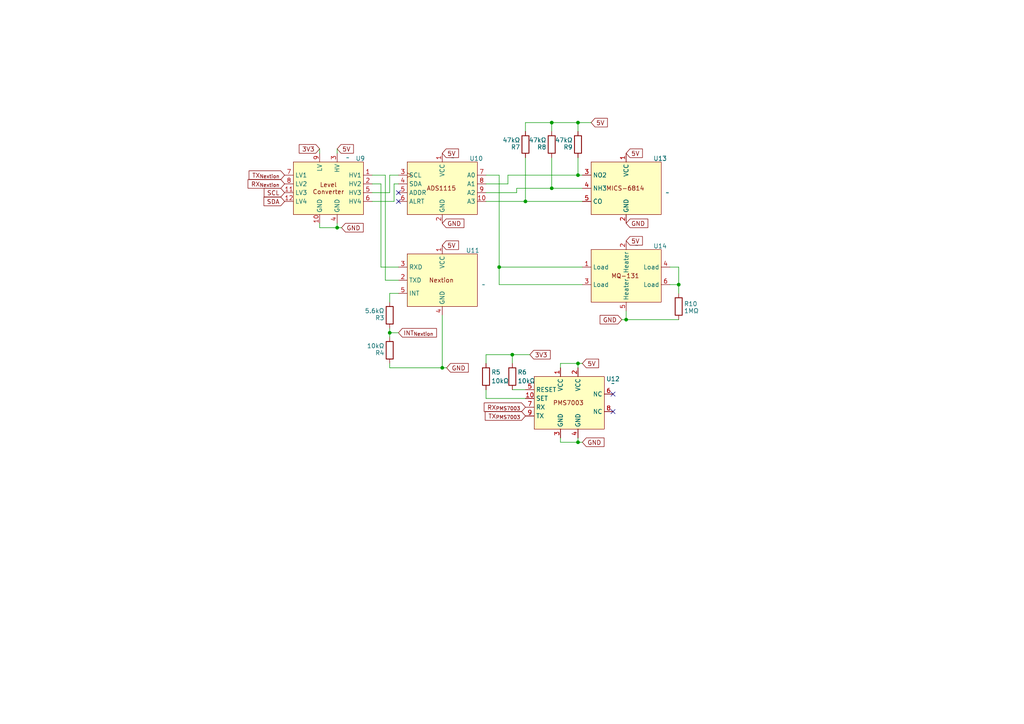
<source format=kicad_sch>
(kicad_sch (version 20231120) (generator "eeschema") (generator_version "8.0")
  (paper "A4")
  (lib_symbols
    (symbol "Device:R" (pin_numbers hide) (pin_names (offset 0))
      (property "Reference" "R" (at 2.032 0 90))
      (property "Value" "R" (at 0 0 90))
      (symbol "R_0_1"
        (rectangle (start -1.016 -2.54) (end 1.016 2.54) (stroke (width 0.254)))
      )
      (symbol "R_1_1"
        (pin passive line (at 0 3.81 270) (length 1.27) (name "~") (number "1"))
        (pin passive line (at 0 -3.81 90) (length 1.27) (name "~") (number "2"))
      )
    )
    (symbol "opaque-components:ADS1115"
      (property "Reference" "U" (at 0 1.27 0))
      (symbol "ADS1115_0_1"
        (rectangle (start -10.16 7.62) (end 10.16 -7.62) (fill (type background)))
      )
      (symbol "ADS1115_1_1"
        (text "ADS1115" (at -0.254 0 0) (effects (font (size 1.27 1.27))))
        (pin input line (at 0 10.16 270) (length 2.54) (name "VCC") (number "1"))
        (pin input line (at 12.7 -3.81 180) (length 2.54) (name "A3") (number "10"))
        (pin input line (at 0 -10.16 90) (length 2.54) (name "GND") (number "2"))
        (pin input clock (at -12.7 3.81 0) (length 2.54) (name "SCL") (number "3"))
        (pin bidirectional line (at -12.7 1.27 0) (length 2.54) (name "SDA") (number "4"))
        (pin input line (at -12.7 -1.27 0) (length 2.54) (name "ADDR") (number "5"))
        (pin input line (at -12.7 -3.81 0) (length 2.54) (name "ALRT") (number "6"))
        (pin input line (at 12.7 3.81 180) (length 2.54) (name "A0") (number "7"))
        (pin input line (at 12.7 1.27 180) (length 2.54) (name "A1") (number "8"))
        (pin input line (at 12.7 -1.27 180) (length 2.54) (name "A2") (number "9"))
      )
    )
    (symbol "opaque-components:Level-Convertor"
      (property "Reference" "U" (at 4.064 -9.144 0))
      (symbol "Level-Convertor_0_1"
        (rectangle (start -10.16 7.62) (end 10.16 -7.62) (fill (type background)))
      )
      (symbol "Level-Convertor_1_1"
        (text "Level\nConverter" (at 0 0 0) (effects (font (size 1.27 1.27))))
        (pin input line (at 12.7 3.81 180) (length 2.54) (name "HV1") (number "1"))
        (pin input line (at -2.54 -10.16 90) (length 2.54) (name "GND") (number "10"))
        (pin output line (at -12.7 -1.27 0) (length 2.54) (name "LV3") (number "11"))
        (pin output line (at -12.7 -3.81 0) (length 2.54) (name "LV4") (number "12"))
        (pin input line (at 12.7 1.27 180) (length 2.54) (name "HV2") (number "2"))
        (pin input line (at 2.54 10.16 270) (length 2.54) (name "HV") (number "3"))
        (pin input line (at 2.54 -10.16 90) (length 2.54) (name "GND") (number "4"))
        (pin input line (at 12.7 -1.27 180) (length 2.54) (name "HV3") (number "5"))
        (pin input line (at 12.7 -3.81 180) (length 2.54) (name "HV4") (number "6"))
        (pin output line (at -12.7 3.81 0) (length 2.54) (name "LV1") (number "7"))
        (pin output line (at -12.7 1.27 0) (length 2.54) (name "LV2") (number "8"))
        (pin input line (at -2.54 10.16 270) (length 2.54) (name "LV") (number "9"))
      )
    )
    (symbol "opaque-components:MICS-6814"
      (property "Reference" "U" (at 1.778 -9.144 0))
      (symbol "MICS-6814_0_1"
        (rectangle (start -10.16 7.62) (end 10.16 -7.62) (fill (type background)))
      )
      (symbol "MICS-6814_1_1"
        (text "MICS-6814" (at -0.254 0 0) (effects (font (size 1.27 1.27))))
        (pin input line (at 0 10.16 270) (length 2.54) (name "VCC") (number "1"))
        (pin input line (at 0 -10.16 90) (length 2.54) (name "GND") (number "2"))
        (pin output line (at -12.7 3.81 0) (length 2.54) (name "NO2") (number "3"))
        (pin output line (at -12.7 0 0) (length 2.54) (name "NH3") (number "4"))
        (pin output line (at -12.7 -3.81 0) (length 2.54) (name "CO") (number "5"))
      )
    )
    (symbol "opaque-components:MQ-131"
      (property "Reference" "U" (at 1.524 -9.144 0))
      (symbol "MQ-131_0_1"
        (rectangle (start -10.16 7.62) (end 10.16 -7.62) (fill (type background)))
      )
      (symbol "MQ-131_1_1"
        (text "MQ-131" (at -0.254 0 0) (effects (font (size 1.27 1.27))))
        (pin output line (at -12.7 2.54 0) (length 2.54) (name "Load") (number "1"))
        (pin input line (at 0 10.16 270) (length 2.54) (name "Heater") (number "2"))
        (pin output line (at -12.7 -2.54 0) (length 2.54) (name "Load") (number "3"))
        (pin output line (at 12.7 2.54 180) (length 2.54) (name "Load") (number "4"))
        (pin input line (at 0 -10.16 90) (length 2.54) (name "Heater") (number "5"))
        (pin output line (at 12.7 -2.54 180) (length 2.54) (name "Load") (number "6"))
      )
    )
    (symbol "opaque-components:NX4827P043"
      (property "Reference" "U" (at 1.27 -10.414 0))
      (symbol "NX4827P043_0_1"
        (rectangle (start -10.16 7.62) (end 10.16 -7.62) (fill (type background)))
      )
      (symbol "NX4827P043_1_1"
        (text "Nextion" (at -0.254 0 0) (effects (font (size 1.27 1.27))))
        (pin input line (at 0 10.16 270) (length 2.54) (name "VCC") (number "1"))
        (pin output line (at -12.7 0 0) (length 2.54) (name "TXD") (number "2"))
        (pin input line (at -12.7 3.81 0) (length 2.54) (name "RXD") (number "3"))
        (pin input line (at 0 -10.16 90) (length 2.54) (name "GND") (number "4"))
        (pin input line (at -12.7 -3.81 0) (length 2.54) (name "INT") (number "5"))
      )
    )
    (symbol "opaque-components:PMS7003"
      (property "Reference" "U" (at 4.572 -9.144 0))
      (symbol "PMS7003_0_1"
        (rectangle (start -10.16 7.62) (end 10.16 -7.62) (fill (type background)))
      )
      (symbol "PMS7003_1_1"
        (text "PMS7003" (at -0.254 0 0) (effects (font (size 1.27 1.27))))
        (pin input line (at -2.54 10.16 270) (length 2.54) (name "VCC") (number "1"))
        (pin input line (at -12.7 1.27 0) (length 2.54) (name "SET") (number "10"))
        (pin input line (at 2.54 10.16 270) (length 2.54) (name "VCC") (number "2"))
        (pin input line (at -2.54 -10.16 90) (length 2.54) (name "GND") (number "3"))
        (pin input line (at 2.54 -10.16 90) (length 2.54) (name "GND") (number "4"))
        (pin input line (at -12.7 3.81 0) (length 2.54) (name "RESET") (number "5"))
        (pin input line (at 12.7 2.54 180) (length 2.54) (name "NC") (number "6"))
        (pin input line (at -12.7 -1.27 0) (length 2.54) (name "RX") (number "7"))
        (pin input line (at 12.7 -2.54 180) (length 2.54) (name "NC") (number "8"))
        (pin output line (at -12.7 -3.81 0) (length 2.54) (name "TX") (number "9"))
      )
    )
  )
  (junction (at 181.61 92.71))
  (junction (at 152.4 58.42))
  (junction (at 160.02 35.56))
  (junction (at 160.02 54.61))
  (junction (at 167.64 35.56))
  (junction (at 196.85 82.55))
  (junction (at 148.59 102.87))
  (junction (at 144.78 77.47))
  (junction (at 113.03 96.52))
  (junction (at 167.64 50.8))
  (junction (at 167.64 105.41))
  (junction (at 128.27 106.68))
  (junction (at 97.79 66.04))
  (junction (at 167.64 128.27))
  (no_connect (at 115.57 58.42))
  (no_connect (at 115.57 55.88))
  (no_connect (at 177.8 119.38))
  (no_connect (at 177.8 114.3))
  (wire (pts (xy 92.71 66.04) (xy 97.79 66.04)))
  (wire (pts (xy 160.02 54.61) (xy 149.86 54.61)))
  (wire (pts (xy 140.97 102.87) (xy 148.59 102.87)))
  (wire (pts (xy 144.78 77.47) (xy 168.91 77.47)))
  (wire (pts (xy 92.71 43.18) (xy 92.71 44.45)))
  (wire (pts (xy 167.64 35.56) (xy 171.45 35.56)))
  (wire (pts (xy 110.49 53.34) (xy 107.95 53.34)))
  (wire (pts (xy 181.61 92.71) (xy 180.34 92.71)))
  (wire (pts (xy 144.78 50.8) (xy 140.97 50.8)))
  (wire (pts (xy 140.97 115.57) (xy 140.97 113.03)))
  (wire (pts (xy 196.85 85.09) (xy 196.85 82.55)))
  (wire (pts (xy 111.76 81.28) (xy 115.57 81.28)))
  (wire (pts (xy 113.03 105.41) (xy 113.03 106.68)))
  (wire (pts (xy 160.02 45.72) (xy 160.02 54.61)))
  (wire (pts (xy 167.64 45.72) (xy 167.64 50.8)))
  (wire (pts (xy 111.76 50.8) (xy 111.76 81.28)))
  (wire (pts (xy 115.57 77.47) (xy 110.49 77.47)))
  (wire (pts (xy 160.02 38.1) (xy 160.02 35.56)))
  (wire (pts (xy 194.31 82.55) (xy 196.85 82.55)))
  (wire (pts (xy 167.64 127) (xy 167.64 128.27)))
  (wire (pts (xy 167.64 50.8) (xy 168.91 50.8)))
  (wire (pts (xy 107.95 55.88) (xy 113.03 55.88)))
  (wire (pts (xy 152.4 58.42) (xy 168.91 58.42)))
  (wire (pts (xy 97.79 43.18) (xy 97.79 44.45)))
  (wire (pts (xy 113.03 50.8) (xy 115.57 50.8)))
  (wire (pts (xy 152.4 58.42) (xy 152.4 45.72)))
  (wire (pts (xy 167.64 105.41) (xy 167.64 106.68)))
  (wire (pts (xy 148.59 102.87) (xy 153.67 102.87)))
  (wire (pts (xy 162.56 128.27) (xy 167.64 128.27)))
  (wire (pts (xy 160.02 35.56) (xy 167.64 35.56)))
  (wire (pts (xy 167.64 105.41) (xy 168.91 105.41)))
  (wire (pts (xy 148.59 102.87) (xy 148.59 105.41)))
  (wire (pts (xy 128.27 106.68) (xy 128.27 91.44)))
  (wire (pts (xy 114.3 53.34) (xy 115.57 53.34)))
  (wire (pts (xy 113.03 96.52) (xy 113.03 95.25)))
  (wire (pts (xy 110.49 77.47) (xy 110.49 53.34)))
  (wire (pts (xy 140.97 58.42) (xy 152.4 58.42)))
  (wire (pts (xy 113.03 96.52) (xy 115.57 96.52)))
  (wire (pts (xy 113.03 97.79) (xy 113.03 96.52)))
  (wire (pts (xy 114.3 58.42) (xy 114.3 53.34)))
  (wire (pts (xy 113.03 106.68) (xy 128.27 106.68)))
  (wire (pts (xy 140.97 55.88) (xy 149.86 55.88)))
  (wire (pts (xy 107.95 58.42) (xy 114.3 58.42)))
  (wire (pts (xy 196.85 77.47) (xy 194.31 77.47)))
  (wire (pts (xy 152.4 38.1) (xy 152.4 35.56)))
  (wire (pts (xy 140.97 105.41) (xy 140.97 102.87)))
  (wire (pts (xy 113.03 85.09) (xy 113.03 87.63)))
  (wire (pts (xy 113.03 55.88) (xy 113.03 50.8)))
  (wire (pts (xy 196.85 82.55) (xy 196.85 77.47)))
  (wire (pts (xy 149.86 54.61) (xy 149.86 55.88)))
  (wire (pts (xy 167.64 128.27) (xy 168.91 128.27)))
  (wire (pts (xy 162.56 105.41) (xy 167.64 105.41)))
  (wire (pts (xy 162.56 128.27) (xy 162.56 127)))
  (wire (pts (xy 97.79 66.04) (xy 99.06 66.04)))
  (wire (pts (xy 152.4 115.57) (xy 140.97 115.57)))
  (wire (pts (xy 162.56 106.68) (xy 162.56 105.41)))
  (wire (pts (xy 152.4 35.56) (xy 160.02 35.56)))
  (wire (pts (xy 111.76 50.8) (xy 107.95 50.8)))
  (wire (pts (xy 181.61 90.17) (xy 181.61 92.71)))
  (wire (pts (xy 168.91 82.55) (xy 144.78 82.55)))
  (wire (pts (xy 144.78 50.8) (xy 144.78 77.47)))
  (wire (pts (xy 92.71 66.04) (xy 92.71 64.77)))
  (wire (pts (xy 140.97 53.34) (xy 147.32 53.34)))
  (wire (pts (xy 168.91 54.61) (xy 160.02 54.61)))
  (wire (pts (xy 97.79 64.77) (xy 97.79 66.04)))
  (wire (pts (xy 152.4 113.03) (xy 148.59 113.03)))
  (wire (pts (xy 147.32 50.8) (xy 167.64 50.8)))
  (wire (pts (xy 113.03 85.09) (xy 115.57 85.09)))
  (wire (pts (xy 147.32 53.34) (xy 147.32 50.8)))
  (wire (pts (xy 129.54 106.68) (xy 128.27 106.68)))
  (wire (pts (xy 144.78 77.47) (xy 144.78 82.55)))
  (wire (pts (xy 167.64 35.56) (xy 167.64 38.1)))
  (wire (pts (xy 196.85 92.71) (xy 181.61 92.71)))
  (global_label "3V3" (shape input) (at 153.67 102.87 0) (property "Intersheetrefs" "${INTERSHEET_REFS}" (effects (hide yes))) (property "Netclass" "3V3" (effects (hide yes))))
  (global_label "5V" (shape input) (at 128.27 44.45 0) (property "Intersheetrefs" "${INTERSHEET_REFS}" (effects (hide yes))) (property "Netclass" "5V" (effects (hide yes))))
  (global_label "GND" (shape input) (at 168.91 128.27 0) (property "Intersheetrefs" "${INTERSHEET_REFS}" (effects (hide yes))) (property "Netclass" "GND" (effects (hide yes))))
  (global_label "GND" (shape input) (at 129.54 106.68 0) (property "Intersheetrefs" "${INTERSHEET_REFS}" (effects (hide yes))) (property "Netclass" "GND" (effects (hide yes))))
  (global_label "5V" (shape input) (at 168.91 105.41 0) (property "Intersheetrefs" "${INTERSHEET_REFS}" (effects (hide yes))) (property "Netclass" "5V" (effects (hide yes))))
  (global_label "5V" (shape input) (at 128.27 71.12 0) (property "Intersheetrefs" "${INTERSHEET_REFS}" (effects (hide yes))) (property "Netclass" "5V" (effects (hide yes))))
  (global_label "5V" (shape input) (at 181.61 44.45 0) (property "Intersheetrefs" "${INTERSHEET_REFS}" (effects (hide yes))) (property "Netclass" "5V" (effects (hide yes))))
  (global_label "5V" (shape input) (at 181.61 69.85 0) (property "Intersheetrefs" "${INTERSHEET_REFS}" (effects (hide yes))) (property "Netclass" "5V" (effects (hide yes))))
  (global_label "3V3" (shape input) (at 92.71 43.18 180) (property "Intersheetrefs" "${INTERSHEET_REFS}" (effects (hide yes))) (property "Netclass" "3V3" (effects (hide yes))))
  (global_label "RX_{PMS7003}" (shape input) (at 152.4 118.11 180) (property "Intersheetrefs" "${INTERSHEET_REFS}" (effects (hide yes))) (property "Netclass" "Signal" (effects (hide yes))))
  (global_label "INT_{Nextion}" (shape input) (at 115.57 96.52 0) (property "Intersheetrefs" "${INTERSHEET_REFS}" (effects (hide yes))) (property "Netclass" "Signal" (effects (hide yes))))
  (global_label "GND" (shape input) (at 99.06 66.04 0) (property "Intersheetrefs" "${INTERSHEET_REFS}" (effects (hide yes))) (property "Netclass" "GND" (effects (hide yes))))
  (global_label "SCL" (shape input) (at 82.55 55.88 180) (property "Intersheetrefs" "${INTERSHEET_REFS}" (effects (hide yes))) (property "Netclass" "Signal" (effects (hide yes))))
  (global_label "GND" (shape input) (at 181.61 64.77 0) (property "Intersheetrefs" "${INTERSHEET_REFS}" (effects (hide yes))) (property "Netclass" "GND" (effects (hide yes))))
  (global_label "RX_{Nextion}" (shape input) (at 82.55 53.34 180) (property "Intersheetrefs" "${INTERSHEET_REFS}" (effects (hide yes))) (property "Netclass" "Signal" (effects (hide yes))))
  (global_label "GND" (shape input) (at 180.34 92.71 180) (property "Intersheetrefs" "${INTERSHEET_REFS}" (effects (hide yes))) (property "Netclass" "GND" (effects (hide yes))))
  (global_label "5V" (shape input) (at 97.79 43.18 0) (property "Intersheetrefs" "${INTERSHEET_REFS}" (effects (hide yes))) (property "Netclass" "5V" (effects (hide yes))))
  (global_label "5V" (shape input) (at 171.45 35.56 0) (property "Intersheetrefs" "${INTERSHEET_REFS}" (effects (hide yes))) (property "Netclass" "5V" (effects (hide yes))))
  (global_label "SDA" (shape input) (at 82.55 58.42 180) (property "Intersheetrefs" "${INTERSHEET_REFS}" (effects (hide yes))) (property "Netclass" "Signal" (effects (hide yes))))
  (global_label "TX_{PMS7003}" (shape input) (at 152.4 120.65 180) (property "Intersheetrefs" "${INTERSHEET_REFS}" (effects (hide yes))) (property "Netclass" "Signal" (effects (hide yes))))
  (global_label "GND" (shape input) (at 128.27 64.77 0) (property "Intersheetrefs" "${INTERSHEET_REFS}" (effects (hide yes))) (property "Netclass" "GND" (effects (hide yes))))
  (global_label "TX_{Nextion}" (shape input) (at 82.55 50.8 180) (property "Intersheetrefs" "${INTERSHEET_REFS}" (effects (hide yes))) (property "Netclass" "Signal" (effects (hide yes))))
  (symbol (lib_id "opaque-components:PMS7003") (at 165.1 116.84 0) (unit 1)
    (property "Reference" "U12" (at 177.8 109.9055 0))
    (property "Value" "~" (at 177.8 111.1756 0))
    (property "Footprint" "opaque-components:PMS7003" (effects (hide yes)))
  )
  (symbol (lib_id "opaque-components:MICS-6814") (at 181.61 54.61 0) (unit 1)
    (property "Reference" "U13" (at 189.484 45.974 0) (effects (justify left)))
    (property "Value" "~" (at 193.04 55.88 0) (effects (justify left)))
    (property "Footprint" "opaque-components:MICS-6814" (effects (hide yes)))
  )
  (symbol (lib_id "Device:R") (at 113.03 101.6 180) (unit 1)
    (property "Reference" "R4" (at 111.506 102.362 0) (effects (justify left)))
    (property "Value" "10kΩ" (at 111.506 100.33 0) (effects (justify left)))
    (property "Footprint" "Resistor_THT:R_Axial_DIN0207_L6.3mm_D2.5mm_P7.62mm_Horizontal" (effects (hide yes)))
    (property "Description" "Resistor" (effects (hide yes)))
  )
  (symbol (lib_id "opaque-components:NX4827P043") (at 128.27 81.28 0) (unit 1)
    (property "Reference" "U11" (at 135.128 72.644 0) (effects (justify left)))
    (property "Value" "~" (at 139.7 82.55 0) (effects (justify left)))
    (property "Footprint" "opaque-components:NX4827P043" (effects (hide yes)))
  )
  (symbol (lib_id "Device:R") (at 167.64 41.91 180) (unit 1)
    (property "Reference" "R9" (at 166.116 42.672 0) (effects (justify left)))
    (property "Value" "47kΩ" (at 166.116 40.64 0) (effects (justify left)))
    (property "Footprint" "Resistor_THT:R_Axial_DIN0207_L6.3mm_D2.5mm_P7.62mm_Horizontal" (effects (hide yes)))
    (property "Description" "Resistor" (effects (hide yes)))
  )
  (symbol (lib_id "Device:R") (at 113.03 91.44 180) (unit 1)
    (property "Reference" "R3" (at 111.506 92.202 0) (effects (justify left)))
    (property "Value" "5.6kΩ" (at 111.506 90.17 0) (effects (justify left)))
    (property "Footprint" "Resistor_THT:R_Axial_DIN0207_L6.3mm_D2.5mm_P7.62mm_Horizontal" (effects (hide yes)))
    (property "Description" "Resistor" (effects (hide yes)))
  )
  (symbol (lib_id "Device:R") (at 196.85 88.9 0) (unit 1)
    (property "Reference" "R10" (at 198.374 88.138 0) (effects (justify left)))
    (property "Value" "1MΩ" (at 198.374 90.17 0) (effects (justify left)))
    (property "Footprint" "Resistor_THT:R_Axial_DIN0207_L6.3mm_D2.5mm_P7.62mm_Horizontal" (effects (hide yes)))
    (property "Description" "Resistor" (effects (hide yes)))
  )
  (symbol (lib_id "Device:R") (at 148.59 109.22 0) (unit 1)
    (property "Reference" "R6" (at 150.114 107.95 0) (effects (justify left)))
    (property "Value" "10kΩ" (at 150.114 110.49 0) (effects (justify left)))
    (property "Footprint" "Resistor_THT:R_Axial_DIN0207_L6.3mm_D2.5mm_P7.62mm_Horizontal" (effects (hide yes)))
    (property "Description" "Resistor" (effects (hide yes)))
  )
  (symbol (lib_id "Device:R") (at 140.97 109.22 0) (unit 1)
    (property "Reference" "R5" (at 142.494 107.95 0) (effects (justify left)))
    (property "Value" "10kΩ" (at 142.494 110.49 0) (effects (justify left)))
    (property "Footprint" "Resistor_THT:R_Axial_DIN0207_L6.3mm_D2.5mm_P7.62mm_Horizontal" (effects (hide yes)))
    (property "Description" "Resistor" (effects (hide yes)))
  )
  (symbol (lib_id "opaque-components:MQ-131") (at 181.61 80.01 0) (unit 1)
    (property "Reference" "U14" (at 189.484 71.374 0) (effects (justify left)))
    (property "Value" "~" (at 184.112 71.12 0) (effects (justify left)))
    (property "Footprint" "opaque-components:MQ-131" (effects (hide yes)))
  )
  (symbol (lib_id "opaque-components:Level-Convertor") (at 95.25 54.61 0) (unit 1)
    (property "Reference" "U9" (at 103.124 45.974 0) (effects (justify left)))
    (property "Value" "~" (at 100.292 45.72 0) (effects (justify left)))
    (property "Footprint" "opaque-components:Level-Convertor" (effects (hide yes)))
  )
  (symbol (lib_id "Device:R") (at 152.4 41.91 180) (unit 1)
    (property "Reference" "R7" (at 150.876 42.672 0) (effects (justify left)))
    (property "Value" "47kΩ" (at 150.876 40.64 0) (effects (justify left)))
    (property "Footprint" "Resistor_THT:R_Axial_DIN0207_L6.3mm_D2.5mm_P7.62mm_Horizontal" (effects (hide yes)))
    (property "Description" "Resistor" (effects (hide yes)))
  )
  (symbol (lib_id "Device:R") (at 160.02 41.91 180) (unit 1)
    (property "Reference" "R8" (at 158.496 42.672 0) (effects (justify left)))
    (property "Value" "47kΩ" (at 158.496 40.64 0) (effects (justify left)))
    (property "Footprint" "Resistor_THT:R_Axial_DIN0207_L6.3mm_D2.5mm_P7.62mm_Horizontal" (effects (hide yes)))
    (property "Description" "Resistor" (effects (hide yes)))
  )
  (symbol (lib_id "opaque-components:ADS1115") (at 128.27 54.61 0) (unit 1)
    (property "Reference" "U10" (at 136.144 45.974 0) (effects (justify left)))
    (property "Value" "~" (at 130.772 45.72 0) (effects (justify left)))
    (property "Footprint" "opaque-components:ADS1115" (effects (hide yes)))
  )
)
</source>
